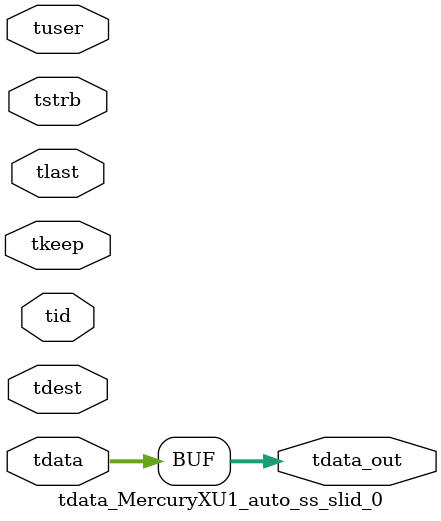
<source format=v>


`timescale 1ps/1ps

module tdata_MercuryXU1_auto_ss_slid_0 #
(
parameter C_S_AXIS_TDATA_WIDTH = 32,
parameter C_S_AXIS_TUSER_WIDTH = 0,
parameter C_S_AXIS_TID_WIDTH   = 0,
parameter C_S_AXIS_TDEST_WIDTH = 0,
parameter C_M_AXIS_TDATA_WIDTH = 32
)
(
input  [(C_S_AXIS_TDATA_WIDTH == 0 ? 1 : C_S_AXIS_TDATA_WIDTH)-1:0     ] tdata,
input  [(C_S_AXIS_TUSER_WIDTH == 0 ? 1 : C_S_AXIS_TUSER_WIDTH)-1:0     ] tuser,
input  [(C_S_AXIS_TID_WIDTH   == 0 ? 1 : C_S_AXIS_TID_WIDTH)-1:0       ] tid,
input  [(C_S_AXIS_TDEST_WIDTH == 0 ? 1 : C_S_AXIS_TDEST_WIDTH)-1:0     ] tdest,
input  [(C_S_AXIS_TDATA_WIDTH/8)-1:0 ] tkeep,
input  [(C_S_AXIS_TDATA_WIDTH/8)-1:0 ] tstrb,
input                                                                    tlast,
output [C_M_AXIS_TDATA_WIDTH-1:0] tdata_out
);

assign tdata_out = {tdata[31:0]};

endmodule


</source>
